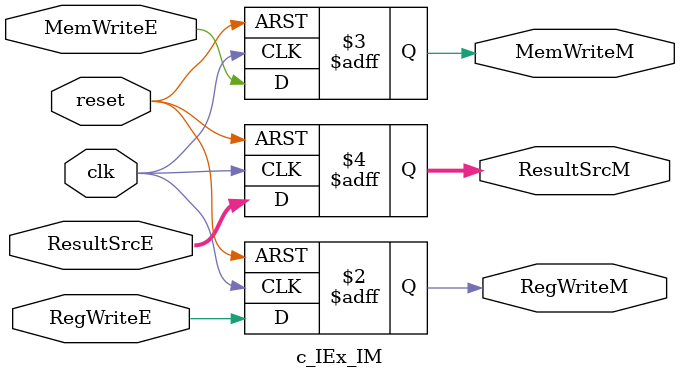
<source format=v>

module c_IEx_IM (
    input clk, reset,
    input RegWriteE, MemWriteE,
    input [1:0] ResultSrcE,

    output reg RegWriteM, MemWriteM,
    output reg [1:0] ResultSrcM
);

always @(posedge clk or posedge reset) begin
    if (reset) begin
        RegWriteM  <= 1'b0;
        MemWriteM  <= 1'b0;
        ResultSrcM <= 2'b00;
    end
    else begin
        RegWriteM  <= RegWriteE;
        MemWriteM  <= MemWriteE;
        ResultSrcM <= ResultSrcE;
    end
end

endmodule

</source>
